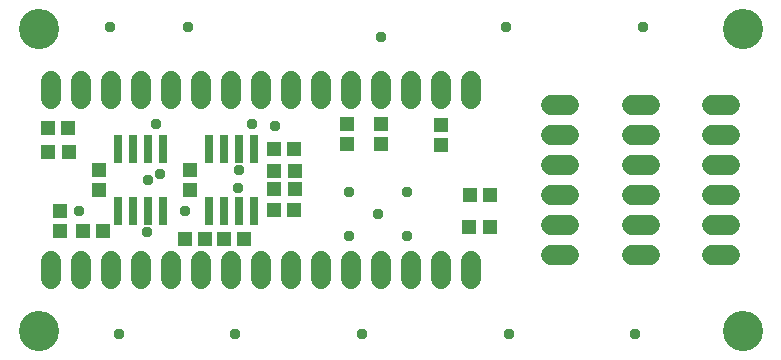
<source format=gbr>
G04 EAGLE Gerber RS-274X export*
G75*
%MOMM*%
%FSLAX34Y34*%
%LPD*%
%INSoldermask Top*%
%IPPOS*%
%AMOC8*
5,1,8,0,0,1.08239X$1,22.5*%
G01*
%ADD10C,3.403200*%
%ADD11R,1.253200X1.283200*%
%ADD12R,1.283200X1.253200*%
%ADD13R,0.803200X2.403200*%
%ADD14C,1.727200*%
%ADD15R,1.303200X1.203200*%
%ADD16R,1.203200X1.303200*%
%ADD17C,0.959600*%


D10*
X27000Y283000D03*
X27000Y27000D03*
X623000Y283000D03*
X623000Y27000D03*
D11*
X226250Y162600D03*
X243750Y162600D03*
X226250Y147400D03*
X243750Y147400D03*
D12*
X287600Y185450D03*
X287600Y202950D03*
D13*
X106650Y129000D03*
X106650Y181000D03*
X93950Y129000D03*
X119350Y129000D03*
X132050Y129000D03*
X93950Y181000D03*
X119350Y181000D03*
X132050Y181000D03*
X183650Y129000D03*
X183650Y181000D03*
X170950Y129000D03*
X196350Y129000D03*
X209050Y129000D03*
X170950Y181000D03*
X196350Y181000D03*
X209050Y181000D03*
D14*
X393000Y86420D02*
X393000Y71180D01*
X367600Y71180D02*
X367600Y86420D01*
X342200Y86420D02*
X342200Y71180D01*
X316800Y71180D02*
X316800Y86420D01*
X291400Y86420D02*
X291400Y71180D01*
X266000Y71180D02*
X266000Y86420D01*
X240600Y86420D02*
X240600Y71180D01*
X215200Y71180D02*
X215200Y86420D01*
X189800Y86420D02*
X189800Y71180D01*
X164400Y71180D02*
X164400Y86420D01*
X139000Y86420D02*
X139000Y71180D01*
X113600Y71180D02*
X113600Y86420D01*
X88200Y86420D02*
X88200Y71180D01*
X62800Y71180D02*
X62800Y86420D01*
X37400Y86420D02*
X37400Y71180D01*
X393000Y223580D02*
X393000Y238820D01*
X367600Y238820D02*
X367600Y223580D01*
X342200Y223580D02*
X342200Y238820D01*
X316800Y238820D02*
X316800Y223580D01*
X291400Y223580D02*
X291400Y238820D01*
X266000Y238820D02*
X266000Y223580D01*
X240600Y223580D02*
X240600Y238820D01*
X215200Y238820D02*
X215200Y223580D01*
X189800Y223580D02*
X189800Y238820D01*
X164400Y238820D02*
X164400Y223580D01*
X139000Y223580D02*
X139000Y238820D01*
X113600Y238820D02*
X113600Y223580D01*
X88200Y223580D02*
X88200Y238820D01*
X62800Y238820D02*
X62800Y223580D01*
X37400Y223580D02*
X37400Y238820D01*
X461080Y91500D02*
X476320Y91500D01*
X476320Y116900D02*
X461080Y116900D01*
X461080Y142300D02*
X476320Y142300D01*
X476320Y167700D02*
X461080Y167700D01*
X461080Y193100D02*
X476320Y193100D01*
X476320Y218500D02*
X461080Y218500D01*
X529080Y91500D02*
X544320Y91500D01*
X544320Y116900D02*
X529080Y116900D01*
X529080Y142300D02*
X544320Y142300D01*
X544320Y167700D02*
X529080Y167700D01*
X529080Y193100D02*
X544320Y193100D01*
X544320Y218500D02*
X529080Y218500D01*
D15*
X367200Y184900D03*
X367200Y201900D03*
X317000Y185600D03*
X317000Y202600D03*
D16*
X243500Y129400D03*
X226500Y129400D03*
X392100Y142800D03*
X409100Y142800D03*
X391700Y115600D03*
X408700Y115600D03*
X243500Y181400D03*
X226500Y181400D03*
D12*
X78000Y163750D03*
X78000Y146250D03*
X155000Y163750D03*
X155000Y146250D03*
D15*
X45000Y112000D03*
X45000Y129000D03*
D16*
X81500Y112000D03*
X64500Y112000D03*
X168000Y105500D03*
X151000Y105500D03*
X200500Y105500D03*
X183500Y105500D03*
D14*
X597080Y218500D02*
X612320Y218500D01*
X612320Y193100D02*
X597080Y193100D01*
X597080Y167700D02*
X612320Y167700D01*
X612320Y142300D02*
X597080Y142300D01*
X597080Y116900D02*
X612320Y116900D01*
X612320Y91500D02*
X597080Y91500D01*
D16*
X34500Y199500D03*
X51500Y199500D03*
D11*
X34750Y178500D03*
X52250Y178500D03*
D17*
X207500Y202628D03*
X151000Y129000D03*
X126000Y202628D03*
X61000Y129000D03*
X87500Y285000D03*
X317000Y276500D03*
X153000Y285000D03*
X423000Y285000D03*
X95000Y25000D03*
X193000Y25000D03*
X300500Y25000D03*
X425000Y25000D03*
X532000Y25000D03*
X339000Y108000D03*
X290000Y108000D03*
X314500Y126000D03*
X290000Y145000D03*
X339000Y145000D03*
X538500Y285000D03*
X119000Y111000D03*
X129368Y160500D03*
X196000Y148000D03*
X227000Y201000D03*
X119500Y155500D03*
X196500Y164000D03*
M02*

</source>
